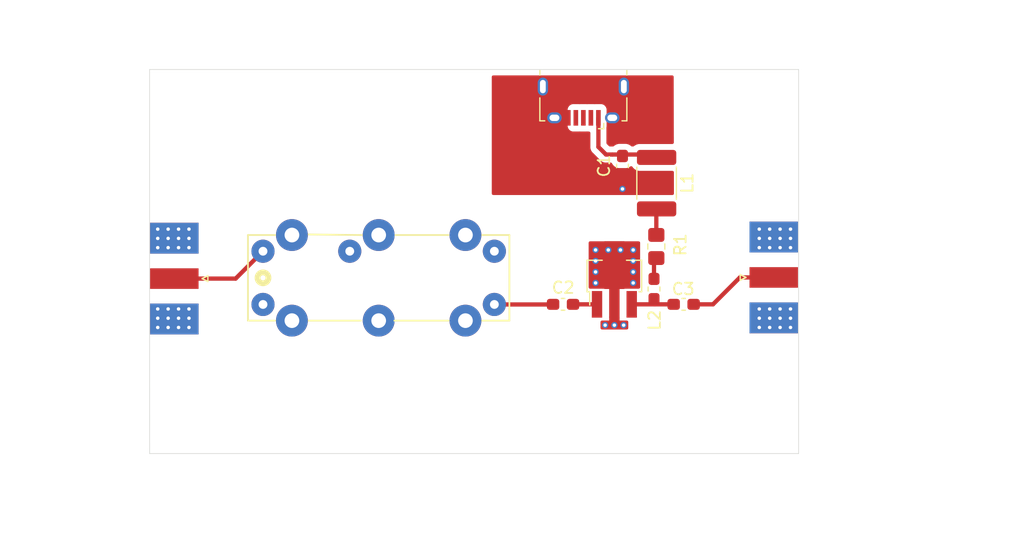
<source format=kicad_pcb>
(kicad_pcb (version 20211014) (generator pcbnew)
  (layers (0 "F.Cu" signal) (1 "In1.Cu" signal) (2 "In2.Cu" signal) (31 "B.Cu" signal) (34 "B.Paste" user) (35 "F.Paste" user) (36 "B.SilkS" user "B.Silkscreen") (37 "F.SilkS" user "F.Silkscreen") (38 "B.Mask" user) (39 "F.Mask" user) (44 "Edge.Cuts" user))
  (net 0 "")
  (net 1 "+5VD")
  (net 2 "Net-(C2-Pad2)")
  (net 3 "Net-(C2-Pad1)")
  (net 4 "Net-(C3-Pad2)")
  (net 5 "Net-(C3-Pad1)")
  (net 6 "GNDA")
  (net 7 "Net-(L1-Pad2)")
  (net 8 "Net-(L2-Pad1)")
  (net 9 "Net-(F1-Pad2)")
  (footprint "Capacitor_SMD:C_0603_1608Metric_Pad1.08x0.95mm_HandSolder" (layer "F.Cu") (at 129.4375 56.3 180)
    (fp_text reference "C2" (at -0.0125 1.44) (layer "F.SilkS"))
    (fp_text value "47n")
    (fp_line (start -0.146267 -0.51) (end 0.146267 -0.51) (layer "F.SilkS") (width 0.12))
    (fp_line (start -0.146267 0.51) (end 0.146267 0.51) (layer "F.SilkS") (width 0.12))
    (pad "1" smd roundrect locked (at -0.8625 0 180) (size 1.075 0.95) (layers "F.Cu" "F.Paste" "F.Mask") (net 3 "Net-(C2-Pad1)"))
    (pad "2" smd roundrect locked (at 0.8625 0 180) (size 1.075 0.95) (layers "F.Cu" "F.Paste" "F.Mask") (net 2 "Net-(C2-Pad2)"))
  )
  (footprint "Capacitor_SMD:C_0603_1608Metric_Pad1.08x0.95mm_HandSolder" (layer "F.Cu") (at 139.8625 56.3 180)
    (fp_text reference "C3" (at 0.0375 1.325) (layer "F.SilkS"))
    (fp_text value "47n")
    (fp_line (start -0.146267 0.51) (end 0.146267 0.51) (layer "F.SilkS") (width 0.12))
    (fp_line (start -0.146267 -0.51) (end 0.146267 -0.51) (layer "F.SilkS") (width 0.12))
    (pad "1" smd roundrect locked (at -0.8625 0 180) (size 1.075 0.95) (layers "F.Cu" "F.Paste" "F.Mask") (net 5 "Net-(C3-Pad1)"))
    (pad "2" smd roundrect locked (at 0.8625 0 180) (size 1.075 0.95) (layers "F.Cu" "F.Paste" "F.Mask") (net 4 "Net-(C3-Pad2)"))
  )
  (footprint "Inductor_SMD:L_1812_4532Metric_Pad1.30x3.40mm_HandSolder" (layer "F.Cu") (at 137.525 45.825 -90)
    (fp_text reference "L1" (at 0 -2.65 90) (layer "F.SilkS"))
    (fp_text value "FBMH4525HM162N")
    (fp_line (start -1.386252 -1.71) (end 1.386252 -1.71) (layer "F.SilkS") (width 0.12))
    (fp_line (start -1.386252 1.71) (end 1.386252 1.71) (layer "F.SilkS") (width 0.12))
    (pad "1" smd roundrect locked (at -2.225 0 270) (size 1.3 3.4) (layers "F.Cu" "F.Paste" "F.Mask") (roundrect_rratio 0.1923076923) (net 1 "+5VD"))
    (pad "2" smd roundrect locked (at 2.225 0 270) (size 1.3 3.4) (layers "F.Cu" "F.Paste" "F.Mask") (roundrect_rratio 0.1923076923) (net 7 "Net-(L1-Pad2)"))
  )
  (footprint "Resistor_SMD:R_0805_2012Metric_Pad1.20x1.40mm_HandSolder" (layer "F.Cu") (at 137.5 51.3 -90)
    (fp_text reference "R1" (at -0.15 -2.075 90) (layer "F.SilkS"))
    (fp_text value "4R")
    (fp_line (start -0.227064 0.735) (end 0.227064 0.735) (layer "F.SilkS") (width 0.12))
    (fp_line (start -0.227064 -0.735) (end 0.227064 -0.735) (layer "F.SilkS") (width 0.12))
    (pad "1" smd roundrect locked (at -1 0 270) (size 1.2 1.4) (layers "F.Cu" "F.Paste" "F.Mask") (roundrect_rratio 0.2083333333) (net 7 "Net-(L1-Pad2)"))
    (pad "2" smd roundrect locked (at 1 0 270) (size 1.2 1.4) (layers "F.Cu" "F.Paste" "F.Mask") (roundrect_rratio 0.2083333333) (net 8 "Net-(L2-Pad1)"))
  )
  (footprint "7h3_lib:7h3" (layer "F.Cu") (at 121 50.31)
    (fp_text reference "F1" hide)
    (fp_text value "7H3-160")
    (fp_line (start -13.55 -0.05) (end -8.95 0) (layer "F.SilkS") (width 0.15))
    (fp_line (start -1.45 7.4) (end -6.15 7.4) (layer "F.SilkS") (width 0.15))
    (fp_line (start -18.8 0) (end -18.8 7.4) (layer "F.SilkS") (width 0.15))
    (fp_line (start -16.45 0) (end -18.8 0) (layer "F.SilkS") (width 0.15))
    (fp_line (start -13.55 7.4) (end -9.05 7.4) (layer "F.SilkS") (width 0.15))
    (fp_line (start 3.8 0) (end 3.8 7.4) (layer "F.SilkS") (width 0.15))
    (fp_line (start 3.8 7.4) (end 1.45 7.4) (layer "F.SilkS") (width 0.15))
    (fp_line (start -18.8 7.4) (end -16.45 7.4) (layer "F.SilkS") (width 0.15))
    (fp_line (start -6.05 0) (end -1.45 0) (layer "F.SilkS") (width 0.15))
    (fp_line (start 3.8 0) (end 1.45 0) (layer "F.SilkS") (width 0.15))
    (fp_circle (center -17.5 3.7) (end -17.276393 3.7) (layer "F.SilkS") (width 0.5) (fill none))
    (pad "1" thru_hole circle (at -17.5 6) (size 2 2) (drill 0.762) (layers *.Cu *.Mask) (net 6 "GNDA"))
    (pad "2" thru_hole circle (at -17.5 1.4) (size 2 2) (drill 0.762) (layers *.Cu *.Mask) (net 9 "Net-(F1-Pad2)"))
    (pad "3" thru_hole circle (at -10 1.4) (size 2 2) (drill 0.762) (layers *.Cu *.Mask) (net 6 "GNDA"))
    (pad "4" thru_hole circle (at 2.5 1.4) (size 2 2) (drill 0.762) (layers *.Cu *.Mask) (net 6 "GNDA"))
    (pad "5" thru_hole circle (at 2.5 6) (size 2 2) (drill 0.762) (layers *.Cu *.Mask) (net 2 "Net-(C2-Pad2)"))
    (pad "6" thru_hole circle (at -15 0) (size 2.75 2.75) (drill 1.27) (layers *.Cu *.Mask) (net 6 "GNDA"))
    (pad "7" thru_hole circle (at -7.5 0) (size 2.75 2.75) (drill 1.27) (layers *.Cu *.Mask) (net 6 "GNDA"))
    (pad "8" thru_hole circle (at 0 0) (size 2.75 2.75) (drill 1.27) (layers *.Cu *.Mask) (net 6 "GNDA"))
    (pad "9" thru_hole circle (at 0 7.4) (size 2.75 2.75) (drill 1.27) (layers *.Cu *.Mask) (net 6 "GNDA"))
    (pad "10" thru_hole circle (at -7.5 7.4) (size 2.75 2.75) (drill 1.27) (layers *.Cu *.Mask) (net 6 "GNDA"))
    (pad "11" thru_hole circle (at -15 7.4) (size 2.75 2.75) (drill 1.27) (layers *.Cu *.Mask) (net 6 "GNDA"))
  )
  (footprint "Capacitor_SMD:C_0603_1608Metric_Pad1.08x0.95mm_HandSolder" (layer "F.Cu") (at 134.575 44.3375 -90)
    (fp_text reference "C1" (at 0 1.6 90) (layer "F.SilkS"))
    (fp_text value "47n")
    (fp_line (start -0.146267 -0.51) (end 0.146267 -0.51) (layer "F.SilkS") (width 0.12))
    (fp_line (start -0.146267 0.51) (end 0.146267 0.51) (layer "F.SilkS") (width 0.12))
    (pad "1" smd roundrect locked (at -0.8625 0 270) (size 1.075 0.95) (layers "F.Cu" "F.Paste" "F.Mask") (net 1 "+5VD"))
    (pad "2" smd roundrect locked (at 0.8625 0 270) (size 1.075 0.95) (layers "F.Cu" "F.Paste" "F.Mask") (net 6 "GNDA"))
  )
  (footprint "Package_TO_SOT_SMD:SOT-89-3_Handsoldering" (layer "F.Cu") (at 133.873267 54.15 90)
    (fp_text reference "U1" hide)
    (fp_text value "SKY65015-70LF")
    (fp_line (start 1.66 2.36) (end -1.06 2.36) (layer "F.SilkS") (width 0.12))
    (fp_line (start 1.66 1.05) (end 1.66 2.36) (layer "F.SilkS") (width 0.12))
    (fp_line (start -1.06 -2.36) (end -1.06 -2.13) (layer "F.SilkS") (width 0.12))
    (fp_line (start -2.2 -2.13) (end -1.06 -2.13) (layer "F.SilkS") (width 0.12))
    (fp_line (start -1.06 -2.36) (end 1.66 -2.36) (layer "F.SilkS") (width 0.12))
    (fp_line (start 1.66 -2.36) (end 1.66 -1.05) (layer "F.SilkS") (width 0.12))
    (fp_line (start -1.06 2.36) (end -1.06 2.13) (layer "F.SilkS") (width 0.12))
    (pad "1" smd rect locked (at -2.15 -1.5 90) (size 2.3 0.9) (layers "F.Cu" "F.Paste" "F.Mask") (net 3 "Net-(C2-Pad1)"))
    (pad "2" smd custom locked (at -2.0625 0 90) (size 2.475 0.9) (layers "F.Cu" "F.Paste" "F.Mask") (net 6 "GNDA") (options (clearance outline) (anchor rect)) (primitives (gr_poly (pts (xy 1.2375 -0.8665) (xy 5.3625 -0.8665) (xy 5.3625 0.8665) (xy 1.2375 0.8665)) (width 0) (fill yes))))
    (pad "3" smd rect locked (at -2.15 1.5 90) (size 2.3 0.9) (layers "F.Cu" "F.Paste" "F.Mask") (net 4 "Net-(C3-Pad2)"))
  )
  (footprint "Inductor_SMD:L_0603_1608Metric_Pad1.05x0.95mm_HandSolder" (layer "F.Cu") (at 137.3 54.975 -90)
    (fp_text reference "L2" (at 2.7 -0.05 -270) (layer "F.SilkS"))
    (fp_text value "33n PE-0603CD330JTT")
    (fp_line (start -0.171267 0.51) (end 0.171267 0.51) (layer "F.SilkS") (width 0.12))
    (fp_line (start -0.171267 -0.51) (end 0.171267 -0.51) (layer "F.SilkS") (width 0.12))
    (pad "1" smd roundrect locked (at -0.875 0 270) (size 1.05 0.95) (layers "F.Cu" "F.Paste" "F.Mask") (net 8 "Net-(L2-Pad1)"))
    (pad "2" smd roundrect locked (at 0.875 0 270) (size 1.05 0.95) (layers "F.Cu" "F.Paste" "F.Mask") (net 4 "Net-(C3-Pad2)"))
  )
  (footprint "MountingHole:MountingHole_4.3mm_M4" (layer "F.Cu") (at 98.25 40.57)
    (fp_text reference "H1" hide)
    (fp_text value "MountingHole" hide)
    (pad "" np_thru_hole circle locked (at 0 0) (size 4.3 4.3) (drill 4.3) (layers *.Cu *.Mask))
  )
  (footprint "MountingHole:MountingHole_4.3mm_M4" (layer "F.Cu") (at 98.25 64.57)
    (fp_text reference "H3" hide)
    (fp_text value "MountingHole" hide)
    (pad "" np_thru_hole circle locked (at 0 0) (size 4.3 4.3) (drill 4.3) (layers *.Cu *.Mask))
  )
  (footprint "MountingHole:MountingHole_4.3mm_M4" (layer "F.Cu") (at 145.25 64.57)
    (fp_text reference "H4" hide)
    (fp_text value "MountingHole" hide)
    (pad "" np_thru_hole circle locked (at 0 0) (size 4.3 4.3) (drill 4.3) (layers *.Cu *.Mask))
  )
  (footprint "Connector_USB:USB_Micro-B_Amphenol_10118194_Horizontal" (layer "F.Cu") (at 131.193267 38.776573 180)
    (fp_text reference "J1" hide)
    (fp_text value "Amphenol 10118194-0001LF")
    (fp_line (start 3.76 2.29) (end 3.76 2.69) (layer "F.SilkS") (width 0.12))
    (fp_line (start -1.76 -1.89) (end -1.76 -2.34) (layer "F.SilkS") (width 0.12))
    (fp_line (start 3.76 -1.66) (end 3.34 -1.66) (layer "F.SilkS") (width 0.12))
    (fp_line (start -3.76 0.32) (end -3.76 -1.66) (layer "F.SilkS") (width 0.12))
    (fp_line (start -1.31 -2.34) (end -1.76 -2.34) (layer "F.SilkS") (width 0.12))
    (fp_line (start -3.76 2.69) (end -3.76 2.29) (layer "F.SilkS") (width 0.12))
    (fp_line (start -3.76 -1.66) (end -3.34 -1.66) (layer "F.SilkS") (width 0.12))
    (fp_line (start 3.76 0.32) (end 3.76 -1.66) (layer "F.SilkS") (width 0.12))
    (pad "1" smd rect locked (at -1.3 -1.4 180) (size 0.4 1.35) (layers "F.Cu" "F.Paste" "F.Mask") (net 1 "+5VD"))
    (pad "2" smd rect locked (at -0.65 -1.4 180) (size 0.4 1.35) (layers "F.Cu" "F.Paste" "F.Mask"))
    (pad "3" smd rect locked (at 0 -1.4 180) (size 0.4 1.35) (layers "F.Cu" "F.Paste" "F.Mask"))
    (pad "4" smd rect locked (at 0.65 -1.4 180) (size 0.4 1.35) (layers "F.Cu" "F.Paste" "F.Mask"))
    (pad "5" smd rect locked (at 1.3 -1.4 180) (size 0.4 1.35) (layers "F.Cu" "F.Paste" "F.Mask") (net 6 "GNDA"))
    (pad "6" thru_hole oval locked (at -3.5 1.3 180) (size 0.89 1.55) (drill oval 0.5 1.15) (layers *.Cu *.Mask) (net 6 "GNDA"))
    (pad "6" thru_hole oval locked (at 2.5 -1.4 180) (size 1.25 0.95) (drill oval 0.85 0.55) (layers *.Cu *.Mask) (net 6 "GNDA"))
    (pad "6" smd rect locked (at -1 1.3 180) (size 1.5 1.55) (layers "F.Cu" "F.Paste" "F.Mask") (net 6 "GNDA"))
    (pad "6" smd rect locked (at 2.9 1.3 180) (size 1.2 1.55) (layers "F.Cu" "F.Paste" "F.Mask") (net 6 "GNDA"))
    (pad "6" thru_hole oval locked (at -2.5 -1.4 180) (size 1.25 0.95) (drill oval 0.85 0.55) (layers *.Cu *.Mask) (net 6 "GNDA"))
    (pad "6" smd rect locked (at 1 1.3 180) (size 1.5 1.55) (layers "F.Cu" "F.Paste" "F.Mask") (net 6 "GNDA"))
    (pad "6" thru_hole oval locked (at 3.5 1.3 180) (size 0.89 1.55) (drill oval 0.5 1.15) (layers *.Cu *.Mask) (net 6 "GNDA"))
    (pad "6" smd rect locked (at -2.9 1.3 180) (size 1.2 1.55) (layers "F.Cu" "F.Paste" "F.Mask") (net 6 "GNDA"))
  )
  (footprint "sma_connector:sma_connector" (layer "F.Cu") (at 93.81 54.025 180)
    (fp_text reference "J2" hide)
    (fp_text value "Conn_Coaxial" hide)
    (fp_line (start -4.425 -0.05) (end -4.925 -0.3) (layer "F.SilkS") (width 0.12))
    (fp_line (start -4.925 -0.3) (end -4.925 0.2) (layer "F.SilkS") (width 0.12))
    (fp_line (start -4.925 0.2) (end -4.425 -0.05) (layer "F.SilkS") (width 0.12))
    (pad "1" smd rect (at -2.025 -0.05 180) (size 4.19 1.78) (layers "F.Cu" "F.Paste" "F.Mask") (net 9 "Net-(F1-Pad2)"))
    (pad "2" smd rect (at -2.025 -3.5425 180) (size 4.19 2.665) (layers "B.Cu" "B.Paste" "B.Mask") (net 6 "GNDA"))
    (pad "2" smd rect (at -2.025 -3.5425 180) (size 4.19 2.665) (layers "F.Cu" "F.Paste" "F.Mask") (net 6 "GNDA"))
    (pad "2" smd rect (at -2.025 3.4425 180) (size 4.19 2.665) (layers "F.Cu" "F.Paste" "F.Mask") (net 6 "GNDA"))
    (pad "2" smd rect (at -2.025 3.4425 180) (size 4.19 2.665) (layers "B.Cu" "B.Paste" "B.Mask") (net 6 "GNDA"))
  )
  (footprint "sma_connector:sma_connector" (layer "F.Cu") (at 149.675 54.025)
    (fp_text reference "J3" hide)
    (fp_text value "Conn_Coaxial" hide)
    (fp_line (start -4.925 0.2) (end -4.425 -0.05) (layer "F.SilkS") (width 0.12))
    (fp_line (start -4.425 -0.05) (end -4.925 -0.3) (layer "F.SilkS") (width 0.12))
    (fp_line (start -4.925 -0.3) (end -4.925 0.2) (layer "F.SilkS") (width 0.12))
    (pad "1" smd rect (at -2.025 -0.05) (size 4.19 1.78) (layers "F.Cu" "F.Paste" "F.Mask") (net 5 "Net-(C3-Pad1)"))
    (pad "2" smd rect (at -2.025 3.4425) (size 4.19 2.665) (layers "B.Cu" "B.Paste" "B.Mask") (net 6 "GNDA"))
    (pad "2" smd rect (at -2.025 -3.5425) (size 4.19 2.665) (layers "F.Cu" "F.Paste" "F.Mask") (net 6 "GNDA"))
    (pad "2" smd rect (at -2.025 3.4425) (size 4.19 2.665) (layers "F.Cu" "F.Paste" "F.Mask") (net 6 "GNDA"))
    (pad "2" smd rect (at -2.025 -3.5425) (size 4.19 2.665) (layers "B.Cu" "B.Paste" "B.Mask") (net 6 "GNDA"))
  )
  (footprint "MountingHole:MountingHole_4.3mm_M4" (layer "F.Cu") (at 145.25 40.575)
    (fp_text reference "H2" hide)
    (fp_text value "MountingHole" hide)
    (pad "" np_thru_hole circle locked (at 0 0) (size 4.3 4.3) (drill 4.3) (layers *.Cu *.Mask))
  )
  (gr_line (start 93.7 69.2) (end 93.695 54.945) (layer "Edge.Cuts") (width 0.05))
  (gr_line (start 149.8 69.2) (end 93.7 69.2) (layer "Edge.Cuts") (width 0.05))
  (gr_line (start 149.8 36) (end 149.8 69.2) (layer "Edge.Cuts") (width 0.05))
  (gr_line (start 93.695 54.945) (end 93.695 36) (layer "Edge.Cuts") (width 0.05))
  (gr_line (start 93.695 36) (end 149.8 36) (layer "Edge.Cuts") (width 0.05))
  (segment (start 133.7 43.35) (end 136.7 43.35) (width 0.3685) (layer "F.Cu") (net 1))
  (segment (start 133.15 43.35) (end 133.7 43.35) (width 0.3685) (layer "F.Cu") (net 1))
  (segment (start 132.493267 40.176573) (end 132.493267 42.693267) (width 0.3685) (layer "F.Cu") (net 1))
  (segment (start 132.493267 42.693267) (end 133.15 43.35) (width 0.3685) (layer "F.Cu") (net 1))
  (segment (start 136.7 43.35) (end 136.8 43.25) (width 0.4) (layer "F.Cu") (net 1))
  (segment (start 128.575 56.3) (end 128.565 56.31) (width 0.4) (layer "F.Cu") (net 2))
  (segment (start 128.565 56.31) (end 123.5 56.31) (width 0.3685) (layer "F.Cu") (net 2))
  (segment (start 130.3 56.3) (end 132.373267 56.3) (width 0.3685) (layer "F.Cu") (net 3))
  (segment (start 137.35 55.9) (end 137.35 56.3) (width 0.3685) (layer "F.Cu") (net 4))
  (segment (start 139 56.3) (end 137.35 56.3) (width 0.3685) (layer "F.Cu") (net 4))
  (segment (start 137.3 55.85) (end 137.35 55.9) (width 0.3685) (layer "F.Cu") (net 4))
  (segment (start 137.35 56.3) (end 135.373267 56.3) (width 0.3685) (layer "F.Cu") (net 4))
  (segment (start 142.4 56.3) (end 140.725 56.3) (width 0.3685) (layer "F.Cu") (net 5))
  (segment (start 144.725 53.975) (end 142.4 56.3) (width 0.3685) (layer "F.Cu") (net 5))
  (segment (start 147.65 53.975) (end 144.725 53.975) (width 0.3685) (layer "F.Cu") (net 5))
  (via (at 146.4 58.3) (size 0.55) (drill 0.3) (layers "F.Cu" "B.Cu") (net 6))
  (via (at 146.4 51.4) (size 0.55) (drill 0.3) (layers "F.Cu" "B.Cu") (net 6))
  (via (at 147.3 57.5) (size 0.55) (drill 0.3) (layers "F.Cu" "B.Cu") (net 6))
  (via (at 147.3 58.3) (size 0.55) (drill 0.3) (layers "F.Cu" "B.Cu") (net 6))
  (via (at 149.1 57.5) (size 0.55) (drill 0.3) (layers "F.Cu" "B.Cu") (net 6))
  (via (at 94.4 56.7) (size 0.55) (drill 0.3) (layers "F.Cu" "B.Cu") (net 6))
  (via (at 97.1 56.7) (size 0.55) (drill 0.3) (layers "F.Cu" "B.Cu") (net 6))
  (via (at 95.3 56.7) (size 0.55) (drill 0.3) (layers "F.Cu" "B.Cu") (net 6))
  (via (at 96.2 58.3) (size 0.55) (drill 0.3) (layers "F.Cu" "B.Cu") (net 6))
  (via (at 135.5 51.6) (size 0.55) (drill 0.3) (layers "F.Cu" "B.Cu") (net 6))
  (via (at 97.1 49.8) (size 0.55) (drill 0.3) (layers "F.Cu" "B.Cu") (net 6))
  (via (at 146.4 50.6) (size 0.55) (drill 0.3) (layers "F.Cu" "B.Cu") (net 6))
  (via (at 133.875 58.1) (size 0.55) (drill 0.3) (layers "F.Cu" "B.Cu") (net 6))
  (via (at 135.5 53.5) (size 0.55) (drill 0.3) (layers "F.Cu" "B.Cu") (net 6))
  (via (at 147.3 50.6) (size 0.55) (drill 0.3) (layers "F.Cu" "B.Cu") (net 6))
  (via (at 95.3 51.4) (size 0.55) (drill 0.3) (layers "F.Cu" "B.Cu") (net 6))
  (via (at 133.075 58.1) (size 0.55) (drill 0.3) (layers "F.Cu" "B.Cu") (net 6))
  (via (at 132.25 52.55) (size 0.55) (drill 0.3) (layers "F.Cu" "B.Cu") (net 6))
  (via (at 149.1 56.7) (size 0.55) (drill 0.3) (layers "F.Cu" "B.Cu") (net 6))
  (via (at 94.4 51.4) (size 0.55) (drill 0.3) (layers "F.Cu" "B.Cu") (net 6))
  (via (at 94.4 50.6) (size 0.55) (drill 0.3) (layers "F.Cu" "B.Cu") (net 6))
  (via (at 96.2 57.5) (size 0.55) (drill 0.3) (layers "F.Cu" "B.Cu") (net 6))
  (via (at 149.1 49.8) (size 0.55) (drill 0.3) (layers "F.Cu" "B.Cu") (net 6))
  (via (at 96.2 49.8) (size 0.55) (drill 0.3) (layers "F.Cu" "B.Cu") (net 6))
  (via (at 135.5 52.55) (size 0.55) (drill 0.3) (layers "F.Cu" "B.Cu") (net 6))
  (via (at 134.675 58.1) (size 0.55) (drill 0.3) (layers "F.Cu" "B.Cu") (net 6))
  (via (at 146.4 57.5) (size 0.55) (drill 0.3) (layers "F.Cu" "B.Cu") (net 6))
  (via (at 147.3 56.7) (size 0.55) (drill 0.3) (layers "F.Cu" "B.Cu") (net 6))
  (via (at 95.3 57.5) (size 0.55) (drill 0.3) (layers "F.Cu" "B.Cu") (net 6))
  (via (at 146.4 56.7) (size 0.55) (drill 0.3) (layers "F.Cu" "B.Cu") (net 6))
  (via (at 132.25 54.45) (size 0.55) (drill 0.3) (layers "F.Cu" "B.Cu") (net 6))
  (via (at 94.4 57.5) (size 0.55) (drill 0.3) (layers "F.Cu" "B.Cu") (net 6))
  (via (at 132.25 53.5) (size 0.55) (drill 0.3) (layers "F.Cu" "B.Cu") (net 6))
  (via (at 134.575 46.325) (size 0.55) (drill 0.3) (layers "F.Cu" "B.Cu") (net 6))
  (via (at 97.1 51.4) (size 0.55) (drill 0.3) (layers "F.Cu" "B.Cu") (net 6))
  (via (at 135.5 54.45) (size 0.55) (drill 0.3) (layers "F.Cu" "B.Cu") (net 6))
  (via (at 133.35 51.6) (size 0.55) (drill 0.3) (layers "F.Cu" "B.Cu") (net 6))
  (via (at 149.1 51.4) (size 0.55) (drill 0.3) (layers "F.Cu" "B.Cu") (net 6))
  (via (at 96.2 56.7) (size 0.55) (drill 0.3) (layers "F.Cu" "B.Cu") (net 6))
  (via (at 94.4 49.8) (size 0.55) (drill 0.3) (layers "F.Cu" "B.Cu") (net 6))
  (via (at 97.1 57.5) (size 0.55) (drill 0.3) (layers "F.Cu" "B.Cu") (net 6))
  (via (at 95.3 49.8) (size 0.55) (drill 0.3) (layers "F.Cu" "B.Cu") (net 6))
  (via (at 96.2 51.4) (size 0.55) (drill 0.3) (layers "F.Cu" "B.Cu") (net 6))
  (via (at 148.2 51.4) (size 0.55) (drill 0.3) (layers "F.Cu" "B.Cu") (net 6))
  (via (at 95.3 50.6) (size 0.55) (drill 0.3) (layers "F.Cu" "B.Cu") (net 6))
  (via (at 134.4 51.6) (size 0.55) (drill 0.3) (layers "F.Cu" "B.Cu") (net 6))
  (via (at 149.1 58.3) (size 0.55) (drill 0.3) (layers "F.Cu" "B.Cu") (net 6))
  (via (at 149.1 50.6) (size 0.55) (drill 0.3) (layers "F.Cu" "B.Cu") (net 6))
  (via (at 146.4 49.8) (size 0.55) (drill 0.3) (layers "F.Cu" "B.Cu") (net 6))
  (via (at 148.2 56.7) (size 0.55) (drill 0.3) (layers "F.Cu" "B.Cu") (net 6))
  (via (at 148.2 58.3) (size 0.55) (drill 0.3) (layers "F.Cu" "B.Cu") (net 6))
  (via (at 94.4 58.3) (size 0.55) (drill 0.3) (layers "F.Cu" "B.Cu") (net 6))
  (via (at 95.3 58.3) (size 0.55) (drill 0.3) (layers "F.Cu" "B.Cu") (net 6))
  (via (at 148.2 57.5) (size 0.55) (drill 0.3) (layers "F.Cu" "B.Cu") (net 6))
  (via (at 148.2 49.8) (size 0.55) (drill 0.3) (layers "F.Cu" "B.Cu") (net 6))
  (via (at 147.3 49.8) (size 0.55) (drill 0.3) (layers "F.Cu" "B.Cu") (net 6))
  (via (at 147.3 51.4) (size 0.55) (drill 0.3) (layers "F.Cu" "B.Cu") (net 6))
  (via (at 97.1 58.3) (size 0.55) (drill 0.3) (layers "F.Cu" "B.Cu") (net 6))
  (via (at 132.25 51.6) (size 0.55) (drill 0.3) (layers "F.Cu" "B.Cu") (net 6))
  (via (at 148.2 50.6) (size 0.55) (drill 0.3) (layers "F.Cu" "B.Cu") (net 6))
  (via (at 97.1 50.6) (size 0.55) (drill 0.3) (layers "F.Cu" "B.Cu") (net 6))
  (via (at 96.2 50.6) (size 0.55) (drill 0.3) (layers "F.Cu" "B.Cu") (net 6))
  (segment (start 137.5 50.3) (end 137.5 48.075) (width 0.3685) (layer "F.Cu") (net 7))
  (segment (start 137.5 48.075) (end 137.525 48.05) (width 0.4) (layer "F.Cu") (net 7))
  (segment (start 137.3 54.1) (end 137.3 52.5) (width 0.3685) (layer "F.Cu") (net 8))
  (segment (start 137.3 52.5) (end 137.5 52.3) (width 0.4) (layer "F.Cu") (net 8))
  (segment (start 95.835 54.075) (end 101.135 54.075) (width 0.3685) (layer "F.Cu") (net 9))
  (segment (start 101.135 54.075) (end 103.5 51.71) (width 0.3685) (layer "F.Cu") (net 9))
  (zone (net 6) (net_name "GNDA") (layer "F.Cu") (connect_pads yes (clearance 0.2)) (min_thickness 0.254) (fill yes (thermal_gap 0.508) (thermal_bridge_width 0.508))
    (polygon (pts (xy 136.1 54.95) (xy 131.65 54.95) (xy 131.65 50.85) (xy 136.1 50.85)))
  )
  (zone (net 6) (net_name "GNDA") (layer "F.Cu") (connect_pads yes (clearance 0.508)) (min_thickness 0.254) (fill yes (thermal_gap 0.508) (thermal_bridge_width 0.508))
    (polygon (pts (xy 139 36.025) (xy 139.025 46.85) (xy 123.275 46.85) (xy 123.275 36)))
  )
  (zone (net 6) (net_name "GNDA") (layer "F.Cu") (connect_pads yes (clearance 0.2)) (min_thickness 0.254) (fill yes (thermal_gap 0.508) (thermal_bridge_width 0.508))
    (polygon (pts (xy 134.325 57.7) (xy 135.075 57.7) (xy 135.075 58.475) (xy 132.675 58.475) (xy 132.675 57.7) (xy 133.425 57.7) (xy 133.425 57.3) (xy 134.325 57.3)))
  )
)
</source>
